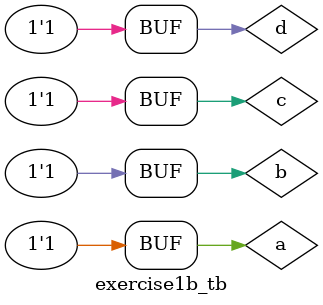
<source format=v>
`timescale 1ns/1ns
`include "exercise1b.v"

module exercise1b_tb();
    reg a, b, c, d;
    wire f;

    exercise1b ex1b(a, b, c, d, f);
    initial begin
        $dumpfile("exercise1b_tb.vcd");
        $dumpvars(0, exercise1b_tb);

        a = 1'b0; b=1'b0; c=1'b0; d=1'b0;
        #20;
        a = 1'b0; b=1'b0; c=1'b0; d=1'b1;
        #20;
        a = 1'b0; b=1'b0; c=1'b1; d=1'b0;
        #20;
        a = 1'b0; b=1'b0; c=1'b1; d=1'b1;
        #20;
        a = 1'b0; b=1'b1; c=1'b0; d=1'b0;
        #20;
        a = 1'b0; b=1'b1; c=1'b0; d=1'b1;
        #20;
        a = 1'b0; b=1'b1; c=1'b1; d=1'b0;
        #20;
        a = 1'b0; b=1'b1; c=1'b1; d=1'b1;
        #20;
        a = 1'b1; b=1'b0; c=1'b0; d=1'b0;
        #20;
        a = 1'b1; b=1'b0; c=1'b0; d=1'b1;
        #20;
        a = 1'b1; b=1'b0; c=1'b1; d=1'b0;
        #20;
        a = 1'b1; b=1'b0; c=1'b1; d=1'b1;
        #20;
        a = 1'b1; b=1'b1; c=1'b0; d=1'b0;
        #20;
        a = 1'b1; b=1'b1; c=1'b0; d=1'b1;
        #20;
        a = 1'b1; b=1'b1; c=1'b1; d=1'b0;
        #20;
        a = 1'b1; b=1'b1; c=1'b1; d=1'b1;
        #20;

        $display("Test complete");
    end
endmodule
</source>
